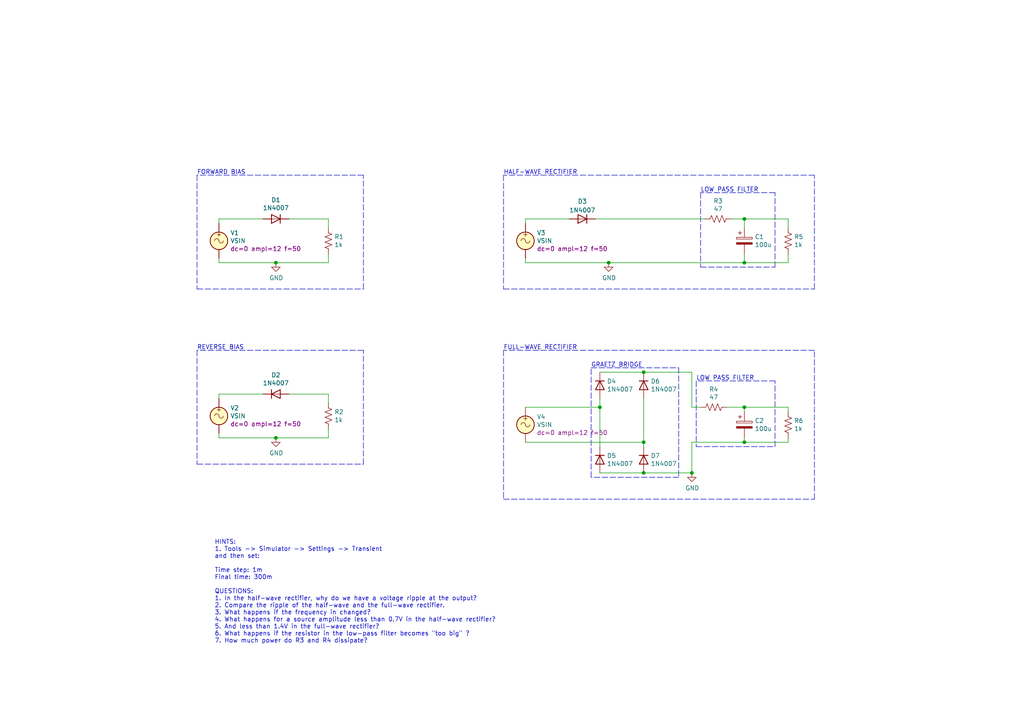
<source format=kicad_sch>
(kicad_sch (version 20211123) (generator eeschema)
  (paper "A4")
  (title_block (title "Diodes") (date "2021-08-04") (rev "1.0") (comment 1 "Erik ZORZIN"))
  (lib_symbols
    (symbol "Device:CP" (pin_numbers hide) (pin_names (offset 0.254))
      (property "Reference" "C" (at 0.635 2.54 0))
      (property "Value" "Device_CP" (at 0.635 -2.54 0))
      (symbol "CP_0_1"
        (rectangle (start -2.286 0.508) (end 2.286 1.016))
        (polyline (pts (xy -1.778 2.286) (xy -0.762 2.286)))
        (polyline (pts (xy -1.27 2.794) (xy -1.27 1.778)))
        (rectangle (start 2.286 -0.508) (end -2.286 -1.016) (fill (type outline)))
      )
      (symbol "CP_1_1"
        (pin passive line (at 0 3.81 270) (length 2.794) (name "~") (number "1"))
        (pin passive line (at 0 -3.81 90) (length 2.794) (name "~") (number "2"))
      )
    )
    (symbol "Device:D" (pin_numbers hide) (pin_names (offset 1.016) hide)
      (property "Reference" "D" (at 0 2.54 0))
      (property "Value" "D" (at 0 -2.54 0))
      (symbol "D_0_1"
        (polyline (pts (xy -1.27 1.27) (xy -1.27 -1.27)) (stroke (width 0.254)))
        (polyline (pts (xy 1.27 0) (xy -1.27 0)))
        (polyline (pts (xy 1.27 1.27) (xy 1.27 -1.27) (xy -1.27 0) (xy 1.27 1.27)) (stroke (width 0.254)))
      )
      (symbol "D_1_1"
        (pin passive line (at -3.81 0 0) (length 2.54) (name "K") (number "1"))
        (pin passive line (at 3.81 0 180) (length 2.54) (name "A") (number "2"))
      )
    )
    (symbol "Device:R_US" (pin_numbers hide) (pin_names (offset 0))
      (property "Reference" "R" (at 2.54 0 90))
      (property "Value" "R_US" (at -2.54 0 90))
      (symbol "R_US_0_1"
        (polyline (pts (xy 0 -2.286) (xy 0 -2.54)))
        (polyline (pts (xy 0 2.286) (xy 0 2.54)))
        (polyline (pts (xy 0 -0.762) (xy 1.016 -1.143) (xy 0 -1.524) (xy -1.016 -1.905) (xy 0 -2.286)))
        (polyline (pts (xy 0 0.762) (xy 1.016 0.381) (xy 0 0) (xy -1.016 -0.381) (xy 0 -0.762)))
        (polyline (pts (xy 0 2.286) (xy 1.016 1.905) (xy 0 1.524) (xy -1.016 1.143) (xy 0 0.762)))
      )
      (symbol "R_US_1_1"
        (pin passive line (at 0 3.81 270) (length 1.27) (name "~") (number "1"))
        (pin passive line (at 0 -3.81 90) (length 1.27) (name "~") (number "2"))
      )
    )
    (symbol "Simulation_SPICE:VSIN" (pin_numbers hide) (pin_names (offset 0.0254))
      (property "Reference" "V" (at 2.54 2.54 0))
      (property "Value" "VSIN" (at 2.54 0 0))
      (property "Spice_Model" "sin(0 1 1k)" (at 2.54 -2.54 0))
      (symbol "VSIN_0_0"
        (arc (start 0 0) (mid -0.635 0.635) (end -1.27 0))
        (arc (start 0 0) (mid 0.635 -0.635) (end 1.27 0))
        (text "+" (at 0 1.905 0) (effects (font (size 1.27 1.27))))
      )
      (symbol "VSIN_0_1"
        (circle (center 0 0) (radius 2.54) (stroke (width 0.254)) (fill (type background)))
      )
      (symbol "VSIN_1_1"
        (pin passive line (at 0 5.08 270) (length 2.54) (name "~") (number "1"))
        (pin passive line (at 0 -5.08 90) (length 2.54) (name "~") (number "2"))
      )
    )
    (symbol "power:GND" (power) (pin_names (offset 0))
      (property "Value" "GND" (at 0 -3.81 0))
      (symbol "GND_0_1"
        (polyline (pts (xy 0 0) (xy 0 -1.27) (xy 1.27 -1.27) (xy 0 -2.54) (xy -1.27 -1.27) (xy 0 -1.27)))
      )
      (symbol "GND_1_1"
        (pin power_in line (at 0 0 270) (length 0) hide (name "GND") (number "1"))
      )
    )
  )
  (junction (at 215.9 118.11))
  (junction (at 215.9 76.2))
  (junction (at 186.69 137.16))
  (junction (at 215.9 63.5))
  (junction (at 80.01 127))
  (junction (at 173.99 118.11))
  (junction (at 186.69 128.27))
  (junction (at 186.69 107.95))
  (junction (at 80.01 76.2))
  (junction (at 215.9 128.27))
  (junction (at 200.66 137.16))
  (junction (at 176.53 76.2))
  (wire (pts (xy 228.6 76.2) (xy 228.6 73.66)))
  (wire (pts (xy 215.9 119.38) (xy 215.9 118.11)))
  (polyline (pts (xy 196.85 106.68) (xy 196.85 138.43)))
  (wire (pts (xy 63.5 64.77) (xy 63.5 63.5)))
  (polyline (pts (xy 57.15 134.62) (xy 105.41 134.62)))
  (wire (pts (xy 186.69 107.95) (xy 200.66 107.95)))
  (wire (pts (xy 83.82 63.5) (xy 95.25 63.5)))
  (wire (pts (xy 200.66 128.27) (xy 215.9 128.27)))
  (wire (pts (xy 63.5 76.2) (xy 80.01 76.2)))
  (wire (pts (xy 152.4 63.5) (xy 165.1 63.5)))
  (wire (pts (xy 63.5 76.2) (xy 63.5 74.93)))
  (polyline (pts (xy 203.2 55.88) (xy 203.2 77.47)))
  (polyline (pts (xy 105.41 50.8) (xy 57.15 50.8)))
  (wire (pts (xy 215.9 73.66) (xy 215.9 76.2)))
  (wire (pts (xy 228.6 118.11) (xy 228.6 119.38)))
  (wire (pts (xy 152.4 76.2) (xy 176.53 76.2)))
  (wire (pts (xy 228.6 127) (xy 228.6 128.27)))
  (wire (pts (xy 63.5 63.5) (xy 76.2 63.5)))
  (wire (pts (xy 215.9 63.5) (xy 215.9 66.04)))
  (wire (pts (xy 172.72 63.5) (xy 204.47 63.5)))
  (polyline (pts (xy 105.41 134.62) (xy 105.41 101.6)))
  (wire (pts (xy 186.69 115.57) (xy 186.69 128.27)))
  (wire (pts (xy 228.6 128.27) (xy 215.9 128.27)))
  (wire (pts (xy 173.99 115.57) (xy 173.99 118.11)))
  (wire (pts (xy 186.69 128.27) (xy 186.69 129.54)))
  (wire (pts (xy 215.9 76.2) (xy 228.6 76.2)))
  (wire (pts (xy 215.9 128.27) (xy 215.9 127)))
  (wire (pts (xy 215.9 63.5) (xy 228.6 63.5)))
  (wire (pts (xy 95.25 127) (xy 95.25 124.46)))
  (polyline (pts (xy 196.85 138.43) (xy 171.45 138.43)))
  (polyline (pts (xy 146.05 144.78) (xy 236.22 144.78)))
  (wire (pts (xy 63.5 127) (xy 80.01 127)))
  (wire (pts (xy 80.01 127) (xy 95.25 127)))
  (wire (pts (xy 173.99 137.16) (xy 186.69 137.16)))
  (polyline (pts (xy 171.45 106.68) (xy 196.85 106.68)))
  (polyline (pts (xy 105.41 101.6) (xy 57.15 101.6)))
  (wire (pts (xy 95.25 114.3) (xy 95.25 116.84)))
  (polyline (pts (xy 146.05 50.8) (xy 146.05 83.82)))
  (wire (pts (xy 215.9 118.11) (xy 228.6 118.11)))
  (polyline (pts (xy 224.79 110.49) (xy 201.93 110.49)))
  (wire (pts (xy 200.66 118.11) (xy 203.2 118.11)))
  (wire (pts (xy 212.09 63.5) (xy 215.9 63.5)))
  (wire (pts (xy 152.4 128.27) (xy 186.69 128.27)))
  (wire (pts (xy 152.4 118.11) (xy 173.99 118.11)))
  (wire (pts (xy 173.99 118.11) (xy 173.99 129.54)))
  (polyline (pts (xy 203.2 77.47) (xy 224.79 77.47)))
  (wire (pts (xy 95.25 76.2) (xy 95.25 73.66)))
  (wire (pts (xy 63.5 125.73) (xy 63.5 127)))
  (polyline (pts (xy 171.45 138.43) (xy 171.45 106.68)))
  (wire (pts (xy 152.4 74.93) (xy 152.4 76.2)))
  (wire (pts (xy 173.99 107.95) (xy 186.69 107.95)))
  (polyline (pts (xy 146.05 83.82) (xy 236.22 83.82)))
  (polyline (pts (xy 236.22 144.78) (xy 236.22 101.6)))
  (wire (pts (xy 63.5 115.57) (xy 63.5 114.3)))
  (wire (pts (xy 80.01 76.2) (xy 95.25 76.2)))
  (polyline (pts (xy 57.15 101.6) (xy 57.15 134.62)))
  (polyline (pts (xy 57.15 83.82) (xy 105.41 83.82)))
  (wire (pts (xy 210.82 118.11) (xy 215.9 118.11)))
  (polyline (pts (xy 146.05 101.6) (xy 146.05 144.78)))
  (wire (pts (xy 83.82 114.3) (xy 95.25 114.3)))
  (polyline (pts (xy 201.93 110.49) (xy 201.93 129.54)))
  (polyline (pts (xy 236.22 50.8) (xy 146.05 50.8)))
  (polyline (pts (xy 236.22 83.82) (xy 236.22 50.8)))
  (wire (pts (xy 176.53 76.2) (xy 215.9 76.2)))
  (wire (pts (xy 200.66 107.95) (xy 200.66 118.11)))
  (wire (pts (xy 152.4 64.77) (xy 152.4 63.5)))
  (wire (pts (xy 63.5 114.3) (xy 76.2 114.3)))
  (polyline (pts (xy 224.79 77.47) (xy 224.79 55.88)))
  (wire (pts (xy 186.69 137.16) (xy 200.66 137.16)))
  (polyline (pts (xy 224.79 129.54) (xy 224.79 110.49)))
  (wire (pts (xy 95.25 63.5) (xy 95.25 66.04)))
  (wire (pts (xy 228.6 63.5) (xy 228.6 66.04)))
  (polyline (pts (xy 236.22 101.6) (xy 146.05 101.6)))
  (polyline (pts (xy 57.15 50.8) (xy 57.15 83.82)))
  (wire (pts (xy 200.66 137.16) (xy 200.66 128.27)))
  (polyline (pts (xy 224.79 55.88) (xy 203.2 55.88)))
  (polyline (pts (xy 201.93 129.54) (xy 224.79 129.54)))
  (polyline (pts (xy 105.41 83.82) (xy 105.41 50.8)))
  (text "LOW PASS FILTER" (at 203.2 55.88 0) (effects (font (size 1.27 1.27)) (justify left bottom)))
  (text "HINTS:\n1. Tools -> Simulator -> Settings -> Transient\nand then set:\n\nTime step: 1m\nFinal time: 300m\n\nQUESTIONS:\n1. In the half-wave rectifier, why do we have a voltage ripple at the output?\n2. Compare the ripple of the half-wave and the full-wave rectifier.\n3. What happens if the frequency in changed?\n4. What happens for a source amplitude less than 0.7V in the half-wave rectifier?\n5. And less than 1.4V in the full-wave rectifier?\n6. What happens if the resistor in the low-pass filter becomes \"too big\" ?\n7. How much power do R3 and R4 dissipate?" (at 62.23 186.69 0) (effects (font (size 1.27 1.27)) (justify left bottom)))
  (text "FULL-WAVE RECTIFIER" (at 146.05 101.6 0) (effects (font (size 1.27 1.27)) (justify left bottom)))
  (text "GRAETZ BRIDGE" (at 171.45 106.68 0) (effects (font (size 1.27 1.27)) (justify left bottom)))
  (text "REVERSE BIAS" (at 57.15 101.6 0) (effects (font (size 1.27 1.27)) (justify left bottom)))
  (text "HALF-WAVE RECTIFIER" (at 146.05 50.8 0) (effects (font (size 1.27 1.27)) (justify left bottom)))
  (text "LOW PASS FILTER" (at 201.93 110.49 0) (effects (font (size 1.27 1.27)) (justify left bottom)))
  (text "FORWARD BIAS" (at 57.15 50.8 0) (effects (font (size 1.27 1.27)) (justify left bottom)))
  (symbol (lib_id "Device:D") (at 80.01 63.5 180) (unit 1)
    (property "Reference" "D1" (at 80.01 57.9882 0))
    (property "Value" "1N4007" (at 80.01 60.2996 0))
    (property "Footprint" "Diode_THT:D_DO-15_P12.70mm_Horizontal" (effects hide))
    (property "Spice_Primitive" "D" (effects hide))
    (property "Spice_Model" "DI_1N4007" (effects hide))
    (property "Spice_Netlist_Enabled" "Y" (effects hide))
    (property "Spice_Lib_File" "1N4007.lib" (effects hide))
    (property "Spice_Node_Sequence" "2 1" (effects hide))
  )
  (symbol (lib_id "Device:D") (at 80.01 114.3 0) (unit 1)
    (property "Reference" "D2" (at 80.01 108.7882 0))
    (property "Value" "1N4007" (at 80.01 111.0996 0))
    (property "Footprint" "Diode_THT:D_DO-15_P12.70mm_Horizontal" (effects hide))
    (property "Spice_Primitive" "D" (effects hide))
    (property "Spice_Model" "DI_1N4007" (effects hide))
    (property "Spice_Netlist_Enabled" "Y" (effects hide))
    (property "Spice_Lib_File" "1N4007.lib" (effects hide))
    (property "Spice_Node_Sequence" "2 1" (effects hide))
  )
  (symbol (lib_id "Device:D") (at 173.99 111.76 270) (unit 1)
    (property "Reference" "D4" (at 176.022 110.5916 90) (effects (justify left)))
    (property "Value" "1N4007" (at 176.022 112.903 90) (effects (justify left)))
    (property "Footprint" "Diode_THT:D_DO-15_P12.70mm_Horizontal" (effects hide))
    (property "Spice_Primitive" "D" (effects hide))
    (property "Spice_Model" "DI_1N4007" (effects hide))
    (property "Spice_Netlist_Enabled" "Y" (effects hide))
    (property "Spice_Lib_File" "1N4007.lib" (effects hide))
    (property "Spice_Node_Sequence" "2 1" (effects hide))
  )
  (symbol (lib_id "Device:D") (at 186.69 111.76 270) (unit 1)
    (property "Reference" "D6" (at 188.722 110.5916 90) (effects (justify left)))
    (property "Value" "1N4007" (at 188.722 112.903 90) (effects (justify left)))
    (property "Footprint" "Diode_THT:D_DO-15_P12.70mm_Horizontal" (effects hide))
    (property "Spice_Primitive" "D" (effects hide))
    (property "Spice_Model" "DI_1N4007" (effects hide))
    (property "Spice_Netlist_Enabled" "Y" (effects hide))
    (property "Spice_Lib_File" "1N4007.lib" (effects hide))
    (property "Spice_Node_Sequence" "2 1" (effects hide))
  )
  (symbol (lib_id "Device:D") (at 173.99 133.35 270) (unit 1)
    (property "Reference" "D5" (at 176.022 132.1816 90) (effects (justify left)))
    (property "Value" "1N4007" (at 176.022 134.493 90) (effects (justify left)))
    (property "Footprint" "Diode_THT:D_DO-15_P12.70mm_Horizontal" (effects hide))
    (property "Spice_Primitive" "D" (effects hide))
    (property "Spice_Model" "DI_1N4007" (effects hide))
    (property "Spice_Netlist_Enabled" "Y" (effects hide))
    (property "Spice_Lib_File" "1N4007.lib" (effects hide))
    (property "Spice_Node_Sequence" "2 1" (effects hide))
  )
  (symbol (lib_id "Device:D") (at 186.69 133.35 270) (unit 1)
    (property "Reference" "D7" (at 188.722 132.1816 90) (effects (justify left)))
    (property "Value" "1N4007" (at 188.722 134.493 90) (effects (justify left)))
    (property "Footprint" "Diode_THT:D_DO-15_P12.70mm_Horizontal" (effects hide))
    (property "Spice_Primitive" "D" (effects hide))
    (property "Spice_Model" "DI_1N4007" (effects hide))
    (property "Spice_Netlist_Enabled" "Y" (effects hide))
    (property "Spice_Lib_File" "1N4007.lib" (effects hide))
    (property "Spice_Node_Sequence" "2 1" (effects hide))
  )
  (symbol (lib_id "Device:D") (at 168.91 63.5 180) (unit 1)
    (property "Reference" "D3" (at 168.91 58.42 0))
    (property "Value" "1N4007" (at 168.91 60.96 0))
    (property "Footprint" "Diode_THT:D_DO-15_P12.70mm_Horizontal" (effects hide))
    (property "Spice_Primitive" "D" (effects hide))
    (property "Spice_Model" "DI_1N4007" (effects hide))
    (property "Spice_Netlist_Enabled" "Y" (effects hide))
    (property "Spice_Lib_File" "1N4007.lib" (effects hide))
    (property "Spice_Node_Sequence" "2 1" (effects hide))
  )
  (symbol (lib_id "Simulation_SPICE:VSIN") (at 63.5 69.85 0) (unit 1)
    (property "Reference" "V1" (at 66.802 67.5386 0) (effects (justify left)))
    (property "Value" "VSIN" (at 66.802 69.85 0) (effects (justify left)))
    (property "Footprint" "TerminalBlock:TerminalBlock_bornier-2_P5.08mm" (effects hide))
    (property "Spice_Netlist_Enabled" "Y" (effects hide))
    (property "Spice_Primitive" "V" (effects hide))
    (property "Spice_Model" "sin(0 12 50)" (at 66.802 72.1614 0) (effects (justify left)))
  )
  (symbol (lib_id "Simulation_SPICE:VSIN") (at 63.5 120.65 0) (unit 1)
    (property "Reference" "V2" (at 66.802 118.3386 0) (effects (justify left)))
    (property "Value" "VSIN" (at 66.802 120.65 0) (effects (justify left)))
    (property "Footprint" "TerminalBlock:TerminalBlock_bornier-2_P5.08mm" (effects hide))
    (property "Spice_Netlist_Enabled" "Y" (effects hide))
    (property "Spice_Primitive" "V" (effects hide))
    (property "Spice_Model" "sin(0 12 50)" (at 66.802 122.9614 0) (effects (justify left)))
  )
  (symbol (lib_id "Simulation_SPICE:VSIN") (at 152.4 69.85 0) (unit 1)
    (property "Reference" "V3" (at 155.702 67.5386 0) (effects (justify left)))
    (property "Value" "VSIN" (at 155.702 69.85 0) (effects (justify left)))
    (property "Footprint" "TerminalBlock:TerminalBlock_bornier-2_P5.08mm" (effects hide))
    (property "Spice_Netlist_Enabled" "Y" (effects hide))
    (property "Spice_Primitive" "V" (effects hide))
    (property "Spice_Model" "sin(0 12 50)" (at 155.702 72.1614 0) (effects (justify left)))
  )
  (symbol (lib_id "Simulation_SPICE:VSIN") (at 152.4 123.19 0) (unit 1)
    (property "Reference" "V4" (at 155.702 120.8786 0) (effects (justify left)))
    (property "Value" "VSIN" (at 155.702 123.19 0) (effects (justify left)))
    (property "Footprint" "TerminalBlock:TerminalBlock_bornier-2_P5.08mm" (effects hide))
    (property "Spice_Netlist_Enabled" "Y" (effects hide))
    (property "Spice_Primitive" "V" (effects hide))
    (property "Spice_Model" "sin(0 12 50)" (at 155.702 125.5014 0) (effects (justify left)))
  )
  (symbol (lib_id "Device:R_US") (at 95.25 69.85 0) (unit 1)
    (property "Reference" "R1" (at 96.9772 68.6816 0) (effects (justify left)))
    (property "Value" "1k" (at 96.9772 70.993 0) (effects (justify left)))
    (property "Footprint" "Resistor_THT:R_Axial_DIN0204_L3.6mm_D1.6mm_P7.62mm_Horizontal" (effects hide))
  )
  (symbol (lib_id "Device:R_US") (at 95.25 120.65 0) (unit 1)
    (property "Reference" "R2" (at 96.9772 119.4816 0) (effects (justify left)))
    (property "Value" "1k" (at 96.9772 121.793 0) (effects (justify left)))
    (property "Footprint" "Resistor_THT:R_Axial_DIN0204_L3.6mm_D1.6mm_P7.62mm_Horizontal" (effects hide))
  )
  (symbol (lib_id "Device:R_US") (at 208.28 63.5 90) (unit 1)
    (property "Reference" "R3" (at 208.28 58.293 90))
    (property "Value" "47" (at 208.28 60.6044 90))
    (property "Footprint" "Resistor_THT:R_Axial_DIN0204_L3.6mm_D1.6mm_P7.62mm_Horizontal" (effects hide))
  )
  (symbol (lib_id "Device:R_US") (at 228.6 69.85 0) (unit 1)
    (property "Reference" "R5" (at 230.3272 68.6816 0) (effects (justify left)))
    (property "Value" "1k" (at 230.3272 70.993 0) (effects (justify left)))
    (property "Footprint" "Resistor_THT:R_Axial_DIN0204_L3.6mm_D1.6mm_P7.62mm_Horizontal" (effects hide))
  )
  (symbol (lib_id "Device:CP") (at 215.9 69.85 0) (unit 1)
    (property "Reference" "C1" (at 218.8972 68.6816 0) (effects (justify left)))
    (property "Value" "100u" (at 218.8972 70.993 0) (effects (justify left)))
    (property "Footprint" "Capacitor_THT:CP_Radial_D8.0mm_P3.50mm" (effects hide))
  )
  (symbol (lib_id "power:GND") (at 80.01 76.2 0) (unit 1)
    (property "Reference" "#PWR01" (effects hide))
    (property "Value" "GND" (at 80.137 80.5942 0))
  )
  (symbol (lib_id "power:GND") (at 80.01 127 0) (unit 1)
    (property "Reference" "#PWR02" (effects hide))
    (property "Value" "GND" (at 80.137 131.3942 0))
  )
  (symbol (lib_id "power:GND") (at 176.53 76.2 0) (unit 1)
    (property "Reference" "#PWR03" (effects hide))
    (property "Value" "GND" (at 176.657 80.5942 0))
  )
  (symbol (lib_id "power:GND") (at 200.66 137.16 0) (unit 1)
    (property "Reference" "#PWR04" (effects hide))
    (property "Value" "GND" (at 200.787 141.5542 0))
  )
  (symbol (lib_id "Device:R_US") (at 207.01 118.11 90) (unit 1)
    (property "Reference" "R4" (at 207.01 112.903 90))
    (property "Value" "47" (at 207.01 115.2144 90))
    (property "Footprint" "Resistor_THT:R_Axial_DIN0204_L3.6mm_D1.6mm_P7.62mm_Horizontal" (effects hide))
  )
  (symbol (lib_id "Device:R_US") (at 228.6 123.19 0) (unit 1)
    (property "Reference" "R6" (at 230.3272 122.0216 0) (effects (justify left)))
    (property "Value" "1k" (at 230.3272 124.333 0) (effects (justify left)))
    (property "Footprint" "Resistor_THT:R_Axial_DIN0204_L3.6mm_D1.6mm_P7.62mm_Horizontal" (effects hide))
  )
  (symbol (lib_id "Device:CP") (at 215.9 123.19 0) (unit 1)
    (property "Reference" "C2" (at 218.8972 122.0216 0) (effects (justify left)))
    (property "Value" "100u" (at 218.8972 124.333 0) (effects (justify left)))
    (property "Footprint" "Capacitor_THT:CP_Radial_D8.0mm_P3.50mm" (effects hide))
  )
)
</source>
